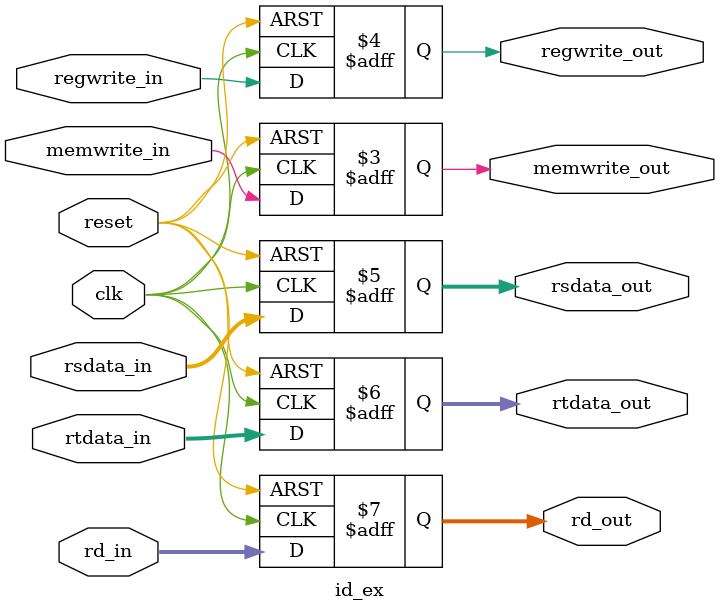
<source format=v>
`timescale 1ns / 1ps

`define PIPE_REG_ADDR_WIDTH 3

module id_ex (
	input											regwrite_in,
	input											memwrite_in,
	input [`PIPE_REG_ADDR_WIDTH - 1:0]	rd_in,

	input [63:0]								rsdata_in,
	input [63:0]								rtdata_in,
	
   output reg									memwrite_out,
   output reg									regwrite_out,
	output reg [63:0]							rsdata_out,
	output reg [63:0]							rtdata_out,
	output reg [`PIPE_REG_ADDR_WIDTH - 1:0]	rd_out,
	
   input 										clk,
   input 										reset
);
	
	always @ (posedge clk, negedge reset)
	begin
		if (reset == 1'b0)
		begin
			memwrite_out <= 1'b0;
			regwrite_out <= 1'b0;
			rsdata_out <= 64'h0000000000000000;
			rtdata_out <= 64'h0000000000000000;
			rd_out <= 3'b000;
		end
		else
		begin
			memwrite_out <= memwrite_in;
			regwrite_out <= regwrite_in;
			rsdata_out <= rsdata_in;
			rtdata_out <= rtdata_in;
			rd_out <= rd_in;
		end
	end
	
endmodule

</source>
